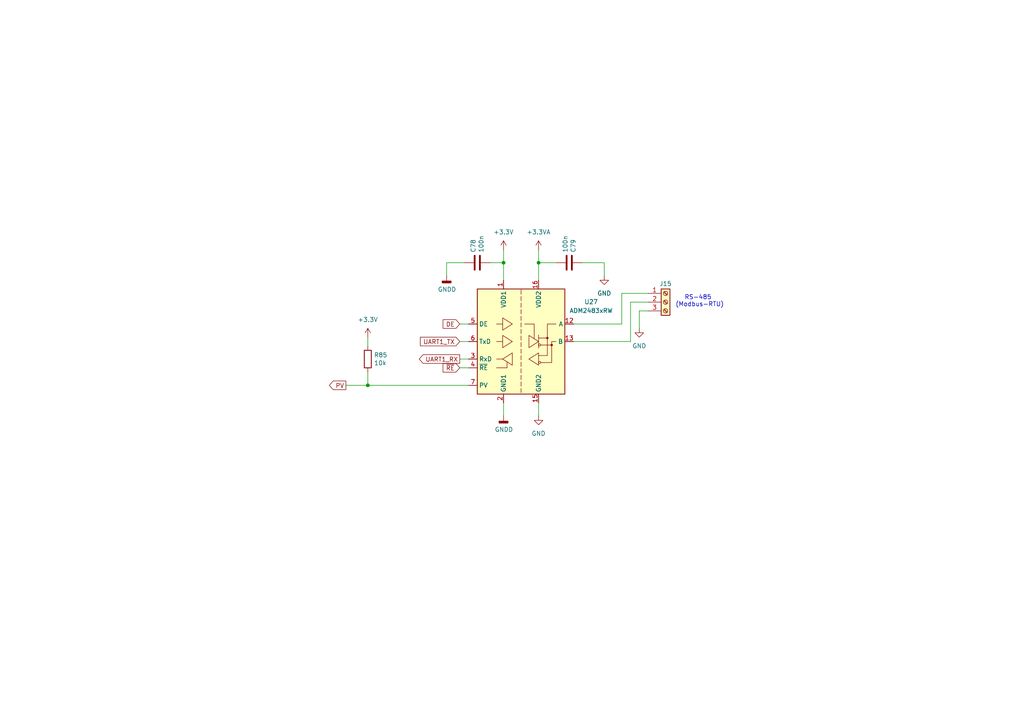
<source format=kicad_sch>
(kicad_sch
	(version 20250114)
	(generator "eeschema")
	(generator_version "9.0")
	(uuid "76c5b59a-a61d-45ad-ae8c-c6ccda696365")
	(paper "A4")
	(lib_symbols
		(symbol "Connector:Screw_Terminal_01x03"
			(pin_names
				(offset 1.016)
				(hide yes)
			)
			(exclude_from_sim no)
			(in_bom yes)
			(on_board yes)
			(property "Reference" "J"
				(at 0 5.08 0)
				(effects
					(font
						(size 1.27 1.27)
					)
				)
			)
			(property "Value" "Screw_Terminal_01x03"
				(at 0 -5.08 0)
				(effects
					(font
						(size 1.27 1.27)
					)
				)
			)
			(property "Footprint" ""
				(at 0 0 0)
				(effects
					(font
						(size 1.27 1.27)
					)
					(hide yes)
				)
			)
			(property "Datasheet" "~"
				(at 0 0 0)
				(effects
					(font
						(size 1.27 1.27)
					)
					(hide yes)
				)
			)
			(property "Description" "Generic screw terminal, single row, 01x03, script generated (kicad-library-utils/schlib/autogen/connector/)"
				(at 0 0 0)
				(effects
					(font
						(size 1.27 1.27)
					)
					(hide yes)
				)
			)
			(property "ki_keywords" "screw terminal"
				(at 0 0 0)
				(effects
					(font
						(size 1.27 1.27)
					)
					(hide yes)
				)
			)
			(property "ki_fp_filters" "TerminalBlock*:*"
				(at 0 0 0)
				(effects
					(font
						(size 1.27 1.27)
					)
					(hide yes)
				)
			)
			(symbol "Screw_Terminal_01x03_1_1"
				(rectangle
					(start -1.27 3.81)
					(end 1.27 -3.81)
					(stroke
						(width 0.254)
						(type default)
					)
					(fill
						(type background)
					)
				)
				(polyline
					(pts
						(xy -0.5334 2.8702) (xy 0.3302 2.032)
					)
					(stroke
						(width 0.1524)
						(type default)
					)
					(fill
						(type none)
					)
				)
				(polyline
					(pts
						(xy -0.5334 0.3302) (xy 0.3302 -0.508)
					)
					(stroke
						(width 0.1524)
						(type default)
					)
					(fill
						(type none)
					)
				)
				(polyline
					(pts
						(xy -0.5334 -2.2098) (xy 0.3302 -3.048)
					)
					(stroke
						(width 0.1524)
						(type default)
					)
					(fill
						(type none)
					)
				)
				(polyline
					(pts
						(xy -0.3556 3.048) (xy 0.508 2.2098)
					)
					(stroke
						(width 0.1524)
						(type default)
					)
					(fill
						(type none)
					)
				)
				(polyline
					(pts
						(xy -0.3556 0.508) (xy 0.508 -0.3302)
					)
					(stroke
						(width 0.1524)
						(type default)
					)
					(fill
						(type none)
					)
				)
				(polyline
					(pts
						(xy -0.3556 -2.032) (xy 0.508 -2.8702)
					)
					(stroke
						(width 0.1524)
						(type default)
					)
					(fill
						(type none)
					)
				)
				(circle
					(center 0 2.54)
					(radius 0.635)
					(stroke
						(width 0.1524)
						(type default)
					)
					(fill
						(type none)
					)
				)
				(circle
					(center 0 0)
					(radius 0.635)
					(stroke
						(width 0.1524)
						(type default)
					)
					(fill
						(type none)
					)
				)
				(circle
					(center 0 -2.54)
					(radius 0.635)
					(stroke
						(width 0.1524)
						(type default)
					)
					(fill
						(type none)
					)
				)
				(pin passive line
					(at -5.08 2.54 0)
					(length 3.81)
					(name "Pin_1"
						(effects
							(font
								(size 1.27 1.27)
							)
						)
					)
					(number "1"
						(effects
							(font
								(size 1.27 1.27)
							)
						)
					)
				)
				(pin passive line
					(at -5.08 0 0)
					(length 3.81)
					(name "Pin_2"
						(effects
							(font
								(size 1.27 1.27)
							)
						)
					)
					(number "2"
						(effects
							(font
								(size 1.27 1.27)
							)
						)
					)
				)
				(pin passive line
					(at -5.08 -2.54 0)
					(length 3.81)
					(name "Pin_3"
						(effects
							(font
								(size 1.27 1.27)
							)
						)
					)
					(number "3"
						(effects
							(font
								(size 1.27 1.27)
							)
						)
					)
				)
			)
			(embedded_fonts no)
		)
		(symbol "Device:C"
			(pin_numbers
				(hide yes)
			)
			(pin_names
				(offset 0.254)
			)
			(exclude_from_sim no)
			(in_bom yes)
			(on_board yes)
			(property "Reference" "C"
				(at 0.635 2.54 0)
				(effects
					(font
						(size 1.27 1.27)
					)
					(justify left)
				)
			)
			(property "Value" "C"
				(at 0.635 -2.54 0)
				(effects
					(font
						(size 1.27 1.27)
					)
					(justify left)
				)
			)
			(property "Footprint" ""
				(at 0.9652 -3.81 0)
				(effects
					(font
						(size 1.27 1.27)
					)
					(hide yes)
				)
			)
			(property "Datasheet" "~"
				(at 0 0 0)
				(effects
					(font
						(size 1.27 1.27)
					)
					(hide yes)
				)
			)
			(property "Description" "Unpolarized capacitor"
				(at 0 0 0)
				(effects
					(font
						(size 1.27 1.27)
					)
					(hide yes)
				)
			)
			(property "ki_keywords" "cap capacitor"
				(at 0 0 0)
				(effects
					(font
						(size 1.27 1.27)
					)
					(hide yes)
				)
			)
			(property "ki_fp_filters" "C_*"
				(at 0 0 0)
				(effects
					(font
						(size 1.27 1.27)
					)
					(hide yes)
				)
			)
			(symbol "C_0_1"
				(polyline
					(pts
						(xy -2.032 0.762) (xy 2.032 0.762)
					)
					(stroke
						(width 0.508)
						(type default)
					)
					(fill
						(type none)
					)
				)
				(polyline
					(pts
						(xy -2.032 -0.762) (xy 2.032 -0.762)
					)
					(stroke
						(width 0.508)
						(type default)
					)
					(fill
						(type none)
					)
				)
			)
			(symbol "C_1_1"
				(pin passive line
					(at 0 3.81 270)
					(length 2.794)
					(name "~"
						(effects
							(font
								(size 1.27 1.27)
							)
						)
					)
					(number "1"
						(effects
							(font
								(size 1.27 1.27)
							)
						)
					)
				)
				(pin passive line
					(at 0 -3.81 90)
					(length 2.794)
					(name "~"
						(effects
							(font
								(size 1.27 1.27)
							)
						)
					)
					(number "2"
						(effects
							(font
								(size 1.27 1.27)
							)
						)
					)
				)
			)
			(embedded_fonts no)
		)
		(symbol "Device:R"
			(pin_numbers
				(hide yes)
			)
			(pin_names
				(offset 0)
			)
			(exclude_from_sim no)
			(in_bom yes)
			(on_board yes)
			(property "Reference" "R"
				(at 2.032 0 90)
				(effects
					(font
						(size 1.27 1.27)
					)
				)
			)
			(property "Value" "R"
				(at 0 0 90)
				(effects
					(font
						(size 1.27 1.27)
					)
				)
			)
			(property "Footprint" ""
				(at -1.778 0 90)
				(effects
					(font
						(size 1.27 1.27)
					)
					(hide yes)
				)
			)
			(property "Datasheet" "~"
				(at 0 0 0)
				(effects
					(font
						(size 1.27 1.27)
					)
					(hide yes)
				)
			)
			(property "Description" "Resistor"
				(at 0 0 0)
				(effects
					(font
						(size 1.27 1.27)
					)
					(hide yes)
				)
			)
			(property "ki_keywords" "R res resistor"
				(at 0 0 0)
				(effects
					(font
						(size 1.27 1.27)
					)
					(hide yes)
				)
			)
			(property "ki_fp_filters" "R_*"
				(at 0 0 0)
				(effects
					(font
						(size 1.27 1.27)
					)
					(hide yes)
				)
			)
			(symbol "R_0_1"
				(rectangle
					(start -1.016 -2.54)
					(end 1.016 2.54)
					(stroke
						(width 0.254)
						(type default)
					)
					(fill
						(type none)
					)
				)
			)
			(symbol "R_1_1"
				(pin passive line
					(at 0 3.81 270)
					(length 1.27)
					(name "~"
						(effects
							(font
								(size 1.27 1.27)
							)
						)
					)
					(number "1"
						(effects
							(font
								(size 1.27 1.27)
							)
						)
					)
				)
				(pin passive line
					(at 0 -3.81 90)
					(length 1.27)
					(name "~"
						(effects
							(font
								(size 1.27 1.27)
							)
						)
					)
					(number "2"
						(effects
							(font
								(size 1.27 1.27)
							)
						)
					)
				)
			)
			(embedded_fonts no)
		)
		(symbol "Interface_UART:ADM2483xRW"
			(exclude_from_sim no)
			(in_bom yes)
			(on_board yes)
			(property "Reference" "U"
				(at -12.7 16.51 0)
				(effects
					(font
						(size 1.27 1.27)
					)
				)
			)
			(property "Value" "ADM2483xRW"
				(at 6.35 16.51 0)
				(effects
					(font
						(size 1.27 1.27)
					)
					(justify left)
				)
			)
			(property "Footprint" "Package_SO:SOIC-16W_7.5x10.3mm_P1.27mm"
				(at 0 -17.78 0)
				(effects
					(font
						(size 1.27 1.27)
					)
					(hide yes)
				)
			)
			(property "Datasheet" "https://www.analog.com/media/en/technical-documentation/data-sheets/adm2483.pdf"
				(at -19.05 1.27 0)
				(effects
					(font
						(size 1.27 1.27)
					)
					(hide yes)
				)
			)
			(property "Description" "Isolated RS485/RS422 Transceiver, Half-Duplex, 500kbps, SOIC-16W"
				(at 0 0 0)
				(effects
					(font
						(size 1.27 1.27)
					)
					(hide yes)
				)
			)
			(property "ki_keywords" "rs-485 rs-422 eia485 eia-485 eia422 eia-422 serial differential"
				(at 0 0 0)
				(effects
					(font
						(size 1.27 1.27)
					)
					(hide yes)
				)
			)
			(property "ki_fp_filters" "SOIC*7.5x10.3mm*P1.27mm*"
				(at 0 0 0)
				(effects
					(font
						(size 1.27 1.27)
					)
					(hide yes)
				)
			)
			(symbol "ADM2483xRW_0_0"
				(polyline
					(pts
						(xy 0 14.986) (xy 0 13.716)
					)
					(stroke
						(width 0)
						(type default)
					)
					(fill
						(type none)
					)
				)
				(polyline
					(pts
						(xy 0 13.081) (xy 0 11.811)
					)
					(stroke
						(width 0)
						(type default)
					)
					(fill
						(type none)
					)
				)
				(polyline
					(pts
						(xy 0 11.176) (xy 0 9.906)
					)
					(stroke
						(width 0)
						(type default)
					)
					(fill
						(type none)
					)
				)
				(polyline
					(pts
						(xy 0 9.271) (xy 0 8.001)
					)
					(stroke
						(width 0)
						(type default)
					)
					(fill
						(type none)
					)
				)
				(polyline
					(pts
						(xy 0 7.366) (xy 0 6.096)
					)
					(stroke
						(width 0)
						(type default)
					)
					(fill
						(type none)
					)
				)
				(polyline
					(pts
						(xy 0 5.461) (xy 0 4.191)
					)
					(stroke
						(width 0)
						(type default)
					)
					(fill
						(type none)
					)
				)
				(polyline
					(pts
						(xy 0 3.556) (xy 0 2.286)
					)
					(stroke
						(width 0)
						(type default)
					)
					(fill
						(type none)
					)
				)
				(polyline
					(pts
						(xy 0 1.651) (xy 0 0.381)
					)
					(stroke
						(width 0)
						(type default)
					)
					(fill
						(type none)
					)
				)
				(polyline
					(pts
						(xy 0 -0.254) (xy 0 -1.524)
					)
					(stroke
						(width 0)
						(type default)
					)
					(fill
						(type none)
					)
				)
				(polyline
					(pts
						(xy 0 -2.159) (xy 0 -3.429)
					)
					(stroke
						(width 0)
						(type default)
					)
					(fill
						(type none)
					)
				)
				(polyline
					(pts
						(xy 0 -4.064) (xy 0 -5.334)
					)
					(stroke
						(width 0)
						(type default)
					)
					(fill
						(type none)
					)
				)
				(polyline
					(pts
						(xy 0 -5.969) (xy 0 -7.239)
					)
					(stroke
						(width 0)
						(type default)
					)
					(fill
						(type none)
					)
				)
				(polyline
					(pts
						(xy 0 -7.874) (xy 0 -9.144)
					)
					(stroke
						(width 0)
						(type default)
					)
					(fill
						(type none)
					)
				)
				(polyline
					(pts
						(xy 0 -9.779) (xy 0 -11.049)
					)
					(stroke
						(width 0)
						(type default)
					)
					(fill
						(type none)
					)
				)
				(polyline
					(pts
						(xy 0 -11.684) (xy 0 -12.954)
					)
					(stroke
						(width 0)
						(type default)
					)
					(fill
						(type none)
					)
				)
				(polyline
					(pts
						(xy 0 -13.589) (xy 0 -14.859)
					)
					(stroke
						(width 0)
						(type default)
					)
					(fill
						(type none)
					)
				)
			)
			(symbol "ADM2483xRW_0_1"
				(rectangle
					(start -12.7 15.24)
					(end 12.7 -15.24)
					(stroke
						(width 0.254)
						(type default)
					)
					(fill
						(type background)
					)
				)
				(polyline
					(pts
						(xy -7.112 -7.62) (xy -4.064 -7.62) (xy -4.064 -5.969)
					)
					(stroke
						(width 0)
						(type default)
					)
					(fill
						(type none)
					)
				)
				(polyline
					(pts
						(xy -5.334 5.08) (xy -7.112 5.08)
					)
					(stroke
						(width 0)
						(type default)
					)
					(fill
						(type none)
					)
				)
				(polyline
					(pts
						(xy -5.334 0) (xy -7.112 0)
					)
					(stroke
						(width 0)
						(type default)
					)
					(fill
						(type none)
					)
				)
				(polyline
					(pts
						(xy -5.334 -5.08) (xy -7.112 -5.08)
					)
					(stroke
						(width 0)
						(type default)
					)
					(fill
						(type none)
					)
				)
				(polyline
					(pts
						(xy -5.334 -5.08) (xy -2.54 -3.302) (xy -2.54 -6.858) (xy -5.334 -5.08)
					)
					(stroke
						(width 0)
						(type default)
					)
					(fill
						(type none)
					)
				)
				(polyline
					(pts
						(xy -2.54 5.08) (xy -5.334 6.858) (xy -5.334 3.302) (xy -2.54 5.08)
					)
					(stroke
						(width 0)
						(type default)
					)
					(fill
						(type none)
					)
				)
				(polyline
					(pts
						(xy -2.54 0) (xy -5.334 1.778) (xy -5.334 -1.778) (xy -2.54 0)
					)
					(stroke
						(width 0)
						(type default)
					)
					(fill
						(type none)
					)
				)
				(polyline
					(pts
						(xy 1.016 5.08) (xy 3.81 5.08) (xy 3.81 0.889)
					)
					(stroke
						(width 0)
						(type default)
					)
					(fill
						(type none)
					)
				)
				(polyline
					(pts
						(xy 2.286 -5.08) (xy 5.08 -3.302) (xy 5.08 -6.858) (xy 2.286 -5.08)
					)
					(stroke
						(width 0)
						(type default)
					)
					(fill
						(type none)
					)
				)
				(polyline
					(pts
						(xy 5.08 1.905) (xy 5.08 -1.905)
					)
					(stroke
						(width 0)
						(type default)
					)
					(fill
						(type none)
					)
				)
				(polyline
					(pts
						(xy 5.08 1.016) (xy 7.62 1.016)
					)
					(stroke
						(width 0)
						(type default)
					)
					(fill
						(type none)
					)
				)
				(polyline
					(pts
						(xy 5.08 0) (xy 2.286 1.778) (xy 2.286 -1.778) (xy 5.08 0)
					)
					(stroke
						(width 0)
						(type default)
					)
					(fill
						(type none)
					)
				)
				(polyline
					(pts
						(xy 5.08 -4.064) (xy 7.62 -4.064) (xy 7.62 5.08) (xy 10.16 5.08)
					)
					(stroke
						(width 0)
						(type default)
					)
					(fill
						(type none)
					)
				)
				(circle
					(center 5.3848 -0.9906)
					(radius 0.3048)
					(stroke
						(width 0)
						(type default)
					)
					(fill
						(type none)
					)
				)
				(circle
					(center 5.3848 -6.0706)
					(radius 0.3048)
					(stroke
						(width 0)
						(type default)
					)
					(fill
						(type none)
					)
				)
				(polyline
					(pts
						(xy 5.715 -1.016) (xy 8.89 -1.016)
					)
					(stroke
						(width 0)
						(type default)
					)
					(fill
						(type none)
					)
				)
				(polyline
					(pts
						(xy 5.715 -6.096) (xy 8.89 -6.096) (xy 8.89 0) (xy 10.16 0)
					)
					(stroke
						(width 0)
						(type default)
					)
					(fill
						(type none)
					)
				)
				(circle
					(center 7.62 1.016)
					(radius 0.254)
					(stroke
						(width 0)
						(type default)
					)
					(fill
						(type outline)
					)
				)
				(circle
					(center 8.89 -1.016)
					(radius 0.254)
					(stroke
						(width 0)
						(type default)
					)
					(fill
						(type outline)
					)
				)
			)
			(symbol "ADM2483xRW_1_1"
				(pin input line
					(at -15.24 5.08 0)
					(length 2.54)
					(name "DE"
						(effects
							(font
								(size 1.27 1.27)
							)
						)
					)
					(number "5"
						(effects
							(font
								(size 1.27 1.27)
							)
						)
					)
				)
				(pin input line
					(at -15.24 0 0)
					(length 2.54)
					(name "TxD"
						(effects
							(font
								(size 1.27 1.27)
							)
						)
					)
					(number "6"
						(effects
							(font
								(size 1.27 1.27)
							)
						)
					)
				)
				(pin output line
					(at -15.24 -5.08 0)
					(length 2.54)
					(name "RxD"
						(effects
							(font
								(size 1.27 1.27)
							)
						)
					)
					(number "3"
						(effects
							(font
								(size 1.27 1.27)
							)
						)
					)
				)
				(pin input line
					(at -15.24 -7.62 0)
					(length 2.54)
					(name "~{RE}"
						(effects
							(font
								(size 1.27 1.27)
							)
						)
					)
					(number "4"
						(effects
							(font
								(size 1.27 1.27)
							)
						)
					)
				)
				(pin input line
					(at -15.24 -12.7 0)
					(length 2.54)
					(name "PV"
						(effects
							(font
								(size 1.27 1.27)
							)
						)
					)
					(number "7"
						(effects
							(font
								(size 1.27 1.27)
							)
						)
					)
				)
				(pin power_in line
					(at -5.08 17.78 270)
					(length 2.54)
					(name "VDD1"
						(effects
							(font
								(size 1.27 1.27)
							)
						)
					)
					(number "1"
						(effects
							(font
								(size 1.27 1.27)
							)
						)
					)
				)
				(pin power_in line
					(at -5.08 -17.78 90)
					(length 2.54)
					(name "GND1"
						(effects
							(font
								(size 1.27 1.27)
							)
						)
					)
					(number "2"
						(effects
							(font
								(size 1.27 1.27)
							)
						)
					)
				)
				(pin passive line
					(at -5.08 -17.78 90)
					(length 2.54)
					(hide yes)
					(name "GND1"
						(effects
							(font
								(size 1.27 1.27)
							)
						)
					)
					(number "8"
						(effects
							(font
								(size 1.27 1.27)
							)
						)
					)
				)
				(pin power_in line
					(at 5.08 17.78 270)
					(length 2.54)
					(name "VDD2"
						(effects
							(font
								(size 1.27 1.27)
							)
						)
					)
					(number "16"
						(effects
							(font
								(size 1.27 1.27)
							)
						)
					)
				)
				(pin power_in line
					(at 5.08 -17.78 90)
					(length 2.54)
					(name "GND2"
						(effects
							(font
								(size 1.27 1.27)
							)
						)
					)
					(number "15"
						(effects
							(font
								(size 1.27 1.27)
							)
						)
					)
				)
				(pin passive line
					(at 5.08 -17.78 90)
					(length 2.54)
					(hide yes)
					(name "GND2"
						(effects
							(font
								(size 1.27 1.27)
							)
						)
					)
					(number "9"
						(effects
							(font
								(size 1.27 1.27)
							)
						)
					)
				)
				(pin no_connect line
					(at 7.62 -15.24 90)
					(length 2.54)
					(hide yes)
					(name "NC"
						(effects
							(font
								(size 1.27 1.27)
							)
						)
					)
					(number "10"
						(effects
							(font
								(size 1.27 1.27)
							)
						)
					)
				)
				(pin no_connect line
					(at 12.7 7.62 180)
					(length 2.54)
					(hide yes)
					(name "NC"
						(effects
							(font
								(size 1.27 1.27)
							)
						)
					)
					(number "14"
						(effects
							(font
								(size 1.27 1.27)
							)
						)
					)
				)
				(pin no_connect line
					(at 12.7 -7.62 180)
					(length 2.54)
					(hide yes)
					(name "NC"
						(effects
							(font
								(size 1.27 1.27)
							)
						)
					)
					(number "11"
						(effects
							(font
								(size 1.27 1.27)
							)
						)
					)
				)
				(pin bidirectional line
					(at 15.24 5.08 180)
					(length 2.54)
					(name "A"
						(effects
							(font
								(size 1.27 1.27)
							)
						)
					)
					(number "12"
						(effects
							(font
								(size 1.27 1.27)
							)
						)
					)
				)
				(pin bidirectional line
					(at 15.24 0 180)
					(length 2.54)
					(name "B"
						(effects
							(font
								(size 1.27 1.27)
							)
						)
					)
					(number "13"
						(effects
							(font
								(size 1.27 1.27)
							)
						)
					)
				)
			)
			(embedded_fonts no)
		)
		(symbol "power:+3.3V"
			(power)
			(pin_numbers
				(hide yes)
			)
			(pin_names
				(offset 0)
				(hide yes)
			)
			(exclude_from_sim no)
			(in_bom yes)
			(on_board yes)
			(property "Reference" "#PWR"
				(at 0 -3.81 0)
				(effects
					(font
						(size 1.27 1.27)
					)
					(hide yes)
				)
			)
			(property "Value" "+3.3V"
				(at 0 3.556 0)
				(effects
					(font
						(size 1.27 1.27)
					)
				)
			)
			(property "Footprint" ""
				(at 0 0 0)
				(effects
					(font
						(size 1.27 1.27)
					)
					(hide yes)
				)
			)
			(property "Datasheet" ""
				(at 0 0 0)
				(effects
					(font
						(size 1.27 1.27)
					)
					(hide yes)
				)
			)
			(property "Description" "Power symbol creates a global label with name \"+3.3V\""
				(at 0 0 0)
				(effects
					(font
						(size 1.27 1.27)
					)
					(hide yes)
				)
			)
			(property "ki_keywords" "global power"
				(at 0 0 0)
				(effects
					(font
						(size 1.27 1.27)
					)
					(hide yes)
				)
			)
			(symbol "+3.3V_0_1"
				(polyline
					(pts
						(xy -0.762 1.27) (xy 0 2.54)
					)
					(stroke
						(width 0)
						(type default)
					)
					(fill
						(type none)
					)
				)
				(polyline
					(pts
						(xy 0 2.54) (xy 0.762 1.27)
					)
					(stroke
						(width 0)
						(type default)
					)
					(fill
						(type none)
					)
				)
				(polyline
					(pts
						(xy 0 0) (xy 0 2.54)
					)
					(stroke
						(width 0)
						(type default)
					)
					(fill
						(type none)
					)
				)
			)
			(symbol "+3.3V_1_1"
				(pin power_in line
					(at 0 0 90)
					(length 0)
					(name "~"
						(effects
							(font
								(size 1.27 1.27)
							)
						)
					)
					(number "1"
						(effects
							(font
								(size 1.27 1.27)
							)
						)
					)
				)
			)
			(embedded_fonts no)
		)
		(symbol "power:+3.3VA"
			(power)
			(pin_numbers
				(hide yes)
			)
			(pin_names
				(offset 0)
				(hide yes)
			)
			(exclude_from_sim no)
			(in_bom yes)
			(on_board yes)
			(property "Reference" "#PWR"
				(at 0 -3.81 0)
				(effects
					(font
						(size 1.27 1.27)
					)
					(hide yes)
				)
			)
			(property "Value" "+3.3VA"
				(at 0 3.556 0)
				(effects
					(font
						(size 1.27 1.27)
					)
				)
			)
			(property "Footprint" ""
				(at 0 0 0)
				(effects
					(font
						(size 1.27 1.27)
					)
					(hide yes)
				)
			)
			(property "Datasheet" ""
				(at 0 0 0)
				(effects
					(font
						(size 1.27 1.27)
					)
					(hide yes)
				)
			)
			(property "Description" "Power symbol creates a global label with name \"+3.3VA\""
				(at 0 0 0)
				(effects
					(font
						(size 1.27 1.27)
					)
					(hide yes)
				)
			)
			(property "ki_keywords" "global power"
				(at 0 0 0)
				(effects
					(font
						(size 1.27 1.27)
					)
					(hide yes)
				)
			)
			(symbol "+3.3VA_0_1"
				(polyline
					(pts
						(xy -0.762 1.27) (xy 0 2.54)
					)
					(stroke
						(width 0)
						(type default)
					)
					(fill
						(type none)
					)
				)
				(polyline
					(pts
						(xy 0 2.54) (xy 0.762 1.27)
					)
					(stroke
						(width 0)
						(type default)
					)
					(fill
						(type none)
					)
				)
				(polyline
					(pts
						(xy 0 0) (xy 0 2.54)
					)
					(stroke
						(width 0)
						(type default)
					)
					(fill
						(type none)
					)
				)
			)
			(symbol "+3.3VA_1_1"
				(pin power_in line
					(at 0 0 90)
					(length 0)
					(name "~"
						(effects
							(font
								(size 1.27 1.27)
							)
						)
					)
					(number "1"
						(effects
							(font
								(size 1.27 1.27)
							)
						)
					)
				)
			)
			(embedded_fonts no)
		)
		(symbol "power:GND"
			(power)
			(pin_numbers
				(hide yes)
			)
			(pin_names
				(offset 0)
				(hide yes)
			)
			(exclude_from_sim no)
			(in_bom yes)
			(on_board yes)
			(property "Reference" "#PWR"
				(at 0 -6.35 0)
				(effects
					(font
						(size 1.27 1.27)
					)
					(hide yes)
				)
			)
			(property "Value" "GND"
				(at 0 -3.81 0)
				(effects
					(font
						(size 1.27 1.27)
					)
				)
			)
			(property "Footprint" ""
				(at 0 0 0)
				(effects
					(font
						(size 1.27 1.27)
					)
					(hide yes)
				)
			)
			(property "Datasheet" ""
				(at 0 0 0)
				(effects
					(font
						(size 1.27 1.27)
					)
					(hide yes)
				)
			)
			(property "Description" "Power symbol creates a global label with name \"GND\" , ground"
				(at 0 0 0)
				(effects
					(font
						(size 1.27 1.27)
					)
					(hide yes)
				)
			)
			(property "ki_keywords" "global power"
				(at 0 0 0)
				(effects
					(font
						(size 1.27 1.27)
					)
					(hide yes)
				)
			)
			(symbol "GND_0_1"
				(polyline
					(pts
						(xy 0 0) (xy 0 -1.27) (xy 1.27 -1.27) (xy 0 -2.54) (xy -1.27 -1.27) (xy 0 -1.27)
					)
					(stroke
						(width 0)
						(type default)
					)
					(fill
						(type none)
					)
				)
			)
			(symbol "GND_1_1"
				(pin power_in line
					(at 0 0 270)
					(length 0)
					(name "~"
						(effects
							(font
								(size 1.27 1.27)
							)
						)
					)
					(number "1"
						(effects
							(font
								(size 1.27 1.27)
							)
						)
					)
				)
			)
			(embedded_fonts no)
		)
		(symbol "power:GNDD"
			(power)
			(pin_numbers
				(hide yes)
			)
			(pin_names
				(offset 0)
				(hide yes)
			)
			(exclude_from_sim no)
			(in_bom yes)
			(on_board yes)
			(property "Reference" "#PWR"
				(at 0 -6.35 0)
				(effects
					(font
						(size 1.27 1.27)
					)
					(hide yes)
				)
			)
			(property "Value" "GNDD"
				(at 0 -3.175 0)
				(effects
					(font
						(size 1.27 1.27)
					)
				)
			)
			(property "Footprint" ""
				(at 0 0 0)
				(effects
					(font
						(size 1.27 1.27)
					)
					(hide yes)
				)
			)
			(property "Datasheet" ""
				(at 0 0 0)
				(effects
					(font
						(size 1.27 1.27)
					)
					(hide yes)
				)
			)
			(property "Description" "Power symbol creates a global label with name \"GNDD\" , digital ground"
				(at 0 0 0)
				(effects
					(font
						(size 1.27 1.27)
					)
					(hide yes)
				)
			)
			(property "ki_keywords" "global power"
				(at 0 0 0)
				(effects
					(font
						(size 1.27 1.27)
					)
					(hide yes)
				)
			)
			(symbol "GNDD_0_1"
				(rectangle
					(start -1.27 -1.524)
					(end 1.27 -2.032)
					(stroke
						(width 0.254)
						(type default)
					)
					(fill
						(type outline)
					)
				)
				(polyline
					(pts
						(xy 0 0) (xy 0 -1.524)
					)
					(stroke
						(width 0)
						(type default)
					)
					(fill
						(type none)
					)
				)
			)
			(symbol "GNDD_1_1"
				(pin power_in line
					(at 0 0 270)
					(length 0)
					(name "~"
						(effects
							(font
								(size 1.27 1.27)
							)
						)
					)
					(number "1"
						(effects
							(font
								(size 1.27 1.27)
							)
						)
					)
				)
			)
			(embedded_fonts no)
		)
	)
	(text "RS-485 \n(Modbus-RTU)\n"
		(exclude_from_sim no)
		(at 202.946 87.376 0)
		(effects
			(font
				(size 1.27 1.27)
			)
		)
		(uuid "952d3214-501c-4b86-99ec-467f879f6d14")
	)
	(junction
		(at 156.21 76.2)
		(diameter 0)
		(color 0 0 0 0)
		(uuid "316aafcd-b926-4b22-8644-34359e6a964b")
	)
	(junction
		(at 146.05 76.2)
		(diameter 0)
		(color 0 0 0 0)
		(uuid "918abb7e-69d5-4f65-8718-6d1344ddf5a5")
	)
	(junction
		(at 106.68 111.76)
		(diameter 0)
		(color 0 0 0 0)
		(uuid "c6d7b4ae-5173-4104-859f-d48c76820ef0")
	)
	(wire
		(pts
			(xy 156.21 116.84) (xy 156.21 120.65)
		)
		(stroke
			(width 0)
			(type default)
		)
		(uuid "0a696feb-fb0d-44d2-97cb-0efe5d9013d8")
	)
	(wire
		(pts
			(xy 135.89 111.76) (xy 106.68 111.76)
		)
		(stroke
			(width 0)
			(type default)
		)
		(uuid "15946e13-a77b-4db8-888a-d9f64c37e16d")
	)
	(wire
		(pts
			(xy 134.62 76.2) (xy 129.54 76.2)
		)
		(stroke
			(width 0)
			(type default)
		)
		(uuid "16e19a96-b3b0-4b19-a003-a3b2c467aebe")
	)
	(wire
		(pts
			(xy 175.26 76.2) (xy 175.26 80.01)
		)
		(stroke
			(width 0)
			(type default)
		)
		(uuid "1bbe5539-6ae5-4691-ac09-ec4272d3ae94")
	)
	(wire
		(pts
			(xy 142.24 76.2) (xy 146.05 76.2)
		)
		(stroke
			(width 0)
			(type default)
		)
		(uuid "23e6415c-391c-4067-a33a-554ac937fd6a")
	)
	(wire
		(pts
			(xy 156.21 76.2) (xy 161.29 76.2)
		)
		(stroke
			(width 0)
			(type default)
		)
		(uuid "329f4bdd-5ede-4cca-88fc-70aa0e317b86")
	)
	(wire
		(pts
			(xy 182.88 87.63) (xy 182.88 99.06)
		)
		(stroke
			(width 0)
			(type default)
		)
		(uuid "3653a855-117c-4aec-95d2-fdbb8394aeaa")
	)
	(wire
		(pts
			(xy 156.21 76.2) (xy 156.21 81.28)
		)
		(stroke
			(width 0)
			(type default)
		)
		(uuid "3d4816bf-d4c4-443b-a22e-88db33e3bcb7")
	)
	(wire
		(pts
			(xy 106.68 97.79) (xy 106.68 100.33)
		)
		(stroke
			(width 0)
			(type default)
		)
		(uuid "424f9aa5-10d0-4893-8058-9867ff9926ec")
	)
	(wire
		(pts
			(xy 106.68 107.95) (xy 106.68 111.76)
		)
		(stroke
			(width 0)
			(type default)
		)
		(uuid "4364027b-7594-4682-b44d-fda353a1b57e")
	)
	(wire
		(pts
			(xy 180.34 93.98) (xy 166.37 93.98)
		)
		(stroke
			(width 0)
			(type default)
		)
		(uuid "55bb7446-c8b0-424a-959f-dd06a7732da4")
	)
	(wire
		(pts
			(xy 156.21 72.39) (xy 156.21 76.2)
		)
		(stroke
			(width 0)
			(type default)
		)
		(uuid "5635c05d-8af9-45e0-bcab-10ccd10da7aa")
	)
	(wire
		(pts
			(xy 146.05 76.2) (xy 146.05 81.28)
		)
		(stroke
			(width 0)
			(type default)
		)
		(uuid "57178270-96ad-4e7c-9793-c327029a6d12")
	)
	(wire
		(pts
			(xy 187.96 87.63) (xy 182.88 87.63)
		)
		(stroke
			(width 0)
			(type default)
		)
		(uuid "585eb533-8369-4c99-b67e-15eec690b5ea")
	)
	(wire
		(pts
			(xy 133.35 106.68) (xy 135.89 106.68)
		)
		(stroke
			(width 0)
			(type default)
		)
		(uuid "64855fb7-c9e2-4d65-ab95-1e9fad08e10b")
	)
	(wire
		(pts
			(xy 146.05 116.84) (xy 146.05 120.65)
		)
		(stroke
			(width 0)
			(type default)
		)
		(uuid "8c179016-313f-4261-a7ca-e09a0caf53f1")
	)
	(wire
		(pts
			(xy 185.42 90.17) (xy 187.96 90.17)
		)
		(stroke
			(width 0)
			(type default)
		)
		(uuid "92ad3d78-f797-4234-bf3d-5813db026502")
	)
	(wire
		(pts
			(xy 133.35 104.14) (xy 135.89 104.14)
		)
		(stroke
			(width 0)
			(type default)
		)
		(uuid "951ef78a-6f1b-461f-ad10-03ffd507ae2a")
	)
	(wire
		(pts
			(xy 180.34 85.09) (xy 187.96 85.09)
		)
		(stroke
			(width 0)
			(type default)
		)
		(uuid "9a97e44a-a296-453b-849b-b1bd1b2e6d5a")
	)
	(wire
		(pts
			(xy 129.54 76.2) (xy 129.54 80.01)
		)
		(stroke
			(width 0)
			(type default)
		)
		(uuid "ad52dc9b-6e22-4c6f-839a-7b2b14a9b546")
	)
	(wire
		(pts
			(xy 146.05 72.39) (xy 146.05 76.2)
		)
		(stroke
			(width 0)
			(type default)
		)
		(uuid "b42d48b6-27fb-4230-8c4f-f33ac395d2cd")
	)
	(wire
		(pts
			(xy 180.34 85.09) (xy 180.34 93.98)
		)
		(stroke
			(width 0)
			(type default)
		)
		(uuid "b952546c-08fc-442f-b21a-4c8394786147")
	)
	(wire
		(pts
			(xy 166.37 99.06) (xy 182.88 99.06)
		)
		(stroke
			(width 0)
			(type default)
		)
		(uuid "bd16da73-1f76-4fff-9ffb-b04e72bdf6ad")
	)
	(wire
		(pts
			(xy 100.33 111.76) (xy 106.68 111.76)
		)
		(stroke
			(width 0)
			(type default)
		)
		(uuid "bd670dce-a884-4913-9e59-4263f2d33057")
	)
	(wire
		(pts
			(xy 133.35 93.98) (xy 135.89 93.98)
		)
		(stroke
			(width 0)
			(type default)
		)
		(uuid "c73927df-5613-4df1-ae7a-4e4753e4de61")
	)
	(wire
		(pts
			(xy 133.35 99.06) (xy 135.89 99.06)
		)
		(stroke
			(width 0)
			(type default)
		)
		(uuid "ccdcce09-51bd-4e5c-a233-30397562ee7f")
	)
	(wire
		(pts
			(xy 185.42 90.17) (xy 185.42 95.25)
		)
		(stroke
			(width 0)
			(type default)
		)
		(uuid "eac0ab23-6ef4-4d76-b36c-dbef87148a6e")
	)
	(wire
		(pts
			(xy 168.91 76.2) (xy 175.26 76.2)
		)
		(stroke
			(width 0)
			(type default)
		)
		(uuid "fd882286-5bc7-4247-8093-7b986790e10e")
	)
	(global_label "~{RE}"
		(shape input)
		(at 133.35 106.68 180)
		(fields_autoplaced yes)
		(effects
			(font
				(size 1.27 1.27)
			)
			(justify right)
		)
		(uuid "101d0b1a-7a57-4665-ad0f-1e6b72ece2c3")
		(property "Intersheetrefs" "${INTERSHEET_REFS}"
			(at 127.9458 106.68 0)
			(effects
				(font
					(size 1.27 1.27)
				)
				(justify right)
				(hide yes)
			)
		)
	)
	(global_label "UART1_RX"
		(shape output)
		(at 133.35 104.14 180)
		(fields_autoplaced yes)
		(effects
			(font
				(size 1.27 1.27)
			)
			(justify right)
		)
		(uuid "4720405a-646b-43f0-ac13-19d9352b25e1")
		(property "Intersheetrefs" "${INTERSHEET_REFS}"
			(at 121.0515 104.14 0)
			(effects
				(font
					(size 1.27 1.27)
				)
				(justify right)
				(hide yes)
			)
		)
	)
	(global_label "DE"
		(shape input)
		(at 133.35 93.98 180)
		(fields_autoplaced yes)
		(effects
			(font
				(size 1.27 1.27)
			)
			(justify right)
		)
		(uuid "5a8b3f90-bcd9-4a91-8aea-5c69d7f57150")
		(property "Intersheetrefs" "${INTERSHEET_REFS}"
			(at 127.9458 93.98 0)
			(effects
				(font
					(size 1.27 1.27)
				)
				(justify right)
				(hide yes)
			)
		)
	)
	(global_label "PV"
		(shape output)
		(at 100.33 111.76 180)
		(fields_autoplaced yes)
		(effects
			(font
				(size 1.27 1.27)
			)
			(justify right)
		)
		(uuid "6623f7b5-b9b3-46e9-b86b-88bdc621dfd1")
		(property "Intersheetrefs" "${INTERSHEET_REFS}"
			(at 94.9862 111.76 0)
			(effects
				(font
					(size 1.27 1.27)
				)
				(justify right)
				(hide yes)
			)
		)
	)
	(global_label "UART1_TX"
		(shape input)
		(at 133.35 99.06 180)
		(fields_autoplaced yes)
		(effects
			(font
				(size 1.27 1.27)
			)
			(justify right)
		)
		(uuid "769ec855-095c-4cf3-b862-159072305879")
		(property "Intersheetrefs" "${INTERSHEET_REFS}"
			(at 121.3539 99.06 0)
			(effects
				(font
					(size 1.27 1.27)
				)
				(justify right)
				(hide yes)
			)
		)
	)
	(symbol
		(lib_id "Connector:Screw_Terminal_01x03")
		(at 193.04 87.63 0)
		(unit 1)
		(exclude_from_sim no)
		(in_bom yes)
		(on_board yes)
		(dnp no)
		(uuid "00000000-0000-0000-0000-00005ddc7766")
		(property "Reference" "J15"
			(at 193.04 82.296 0)
			(effects
				(font
					(size 1.27 1.27)
				)
			)
		)
		(property "Value" "Screw_Terminal_01x03"
			(at 196.85 82.55 0)
			(effects
				(font
					(size 1.27 1.27)
				)
				(hide yes)
			)
		)
		(property "Footprint" "TerminalBlock_Phoenix:TerminalBlock_Phoenix_MKDS-3-3-5.08_1x03_P5.08mm_Horizontal"
			(at 193.04 87.63 0)
			(effects
				(font
					(size 1.27 1.27)
				)
				(hide yes)
			)
		)
		(property "Datasheet" "~"
			(at 193.04 87.63 0)
			(effects
				(font
					(size 1.27 1.27)
				)
				(hide yes)
			)
		)
		(property "Description" ""
			(at 193.04 87.63 0)
			(effects
				(font
					(size 1.27 1.27)
				)
			)
		)
		(property "Order code Farnell" "963-2689"
			(at 193.04 87.63 0)
			(effects
				(font
					(size 1.27 1.27)
				)
				(hide yes)
			)
		)
		(pin "1"
			(uuid "40765871-0dc3-4d40-9cf3-4af144edd9e8")
		)
		(pin "2"
			(uuid "723d9c48-2dc2-4934-abb8-2d47db3db096")
		)
		(pin "3"
			(uuid "c55a049e-b3d7-400c-8d5d-5892da5a3fb3")
		)
		(instances
			(project "IO_device"
				(path "/df2aa335-5da3-4e15-9528-0ac3c73b2795/2c299acf-da73-4870-a341-aa5f84fea21f"
					(reference "J15")
					(unit 1)
				)
			)
		)
	)
	(symbol
		(lib_id "Device:C")
		(at 165.1 76.2 270)
		(mirror x)
		(unit 1)
		(exclude_from_sim no)
		(in_bom yes)
		(on_board yes)
		(dnp no)
		(uuid "2c3a690e-540a-49c0-a77f-0bda85da625a")
		(property "Reference" "C79"
			(at 166.2684 73.279 0)
			(effects
				(font
					(size 1.27 1.27)
				)
				(justify left)
			)
		)
		(property "Value" "100n"
			(at 163.957 73.279 0)
			(effects
				(font
					(size 1.27 1.27)
				)
				(justify left)
			)
		)
		(property "Footprint" "Capacitor_SMD:C_1206_3216Metric"
			(at 161.29 75.2348 0)
			(effects
				(font
					(size 1.27 1.27)
				)
				(hide yes)
			)
		)
		(property "Datasheet" "~"
			(at 165.1 76.2 0)
			(effects
				(font
					(size 1.27 1.27)
				)
				(hide yes)
			)
		)
		(property "Description" ""
			(at 165.1 76.2 0)
			(effects
				(font
					(size 1.27 1.27)
				)
			)
		)
		(property "Order code Farnell" "1907339"
			(at 165.1 76.2 0)
			(effects
				(font
					(size 1.27 1.27)
				)
				(hide yes)
			)
		)
		(property "Voltage" "250V"
			(at 161.29 71.12 0)
			(effects
				(font
					(size 1.27 1.27)
				)
				(hide yes)
			)
		)
		(pin "2"
			(uuid "e1edfaab-5e1d-43e4-a622-ba14d65a83c1")
		)
		(pin "1"
			(uuid "ade55b80-be72-463c-bfcd-b68c80a2af73")
		)
		(instances
			(project "IO_device"
				(path "/df2aa335-5da3-4e15-9528-0ac3c73b2795/2c299acf-da73-4870-a341-aa5f84fea21f"
					(reference "C79")
					(unit 1)
				)
			)
		)
	)
	(symbol
		(lib_id "power:GND")
		(at 175.26 80.01 0)
		(unit 1)
		(exclude_from_sim no)
		(in_bom yes)
		(on_board yes)
		(dnp no)
		(fields_autoplaced yes)
		(uuid "40ee0295-d0fd-4ff4-afa3-429ed7228425")
		(property "Reference" "#PWR0180"
			(at 175.26 86.36 0)
			(effects
				(font
					(size 1.27 1.27)
				)
				(hide yes)
			)
		)
		(property "Value" "GND"
			(at 175.26 85.09 0)
			(effects
				(font
					(size 1.27 1.27)
				)
			)
		)
		(property "Footprint" ""
			(at 175.26 80.01 0)
			(effects
				(font
					(size 1.27 1.27)
				)
				(hide yes)
			)
		)
		(property "Datasheet" ""
			(at 175.26 80.01 0)
			(effects
				(font
					(size 1.27 1.27)
				)
				(hide yes)
			)
		)
		(property "Description" "Power symbol creates a global label with name \"GND\" , ground"
			(at 175.26 80.01 0)
			(effects
				(font
					(size 1.27 1.27)
				)
				(hide yes)
			)
		)
		(pin "1"
			(uuid "4ca923d2-c414-470b-900e-1fd4827148b7")
		)
		(instances
			(project "IO_device"
				(path "/df2aa335-5da3-4e15-9528-0ac3c73b2795/2c299acf-da73-4870-a341-aa5f84fea21f"
					(reference "#PWR0180")
					(unit 1)
				)
			)
		)
	)
	(symbol
		(lib_id "power:GNDD")
		(at 146.05 120.65 0)
		(unit 1)
		(exclude_from_sim no)
		(in_bom yes)
		(on_board yes)
		(dnp no)
		(uuid "4c063cc4-950c-44a7-9313-09dce19a5744")
		(property "Reference" "#PWR0177"
			(at 146.05 127 0)
			(effects
				(font
					(size 1.27 1.27)
				)
				(hide yes)
			)
		)
		(property "Value" "GNDD"
			(at 146.1516 124.587 0)
			(effects
				(font
					(size 1.27 1.27)
				)
			)
		)
		(property "Footprint" ""
			(at 146.05 120.65 0)
			(effects
				(font
					(size 1.27 1.27)
				)
				(hide yes)
			)
		)
		(property "Datasheet" ""
			(at 146.05 120.65 0)
			(effects
				(font
					(size 1.27 1.27)
				)
				(hide yes)
			)
		)
		(property "Description" ""
			(at 146.05 120.65 0)
			(effects
				(font
					(size 1.27 1.27)
				)
			)
		)
		(pin "1"
			(uuid "f0c41e0d-79b1-4635-816a-143ec77e9d85")
		)
		(instances
			(project "IO_device"
				(path "/df2aa335-5da3-4e15-9528-0ac3c73b2795/2c299acf-da73-4870-a341-aa5f84fea21f"
					(reference "#PWR0177")
					(unit 1)
				)
			)
		)
	)
	(symbol
		(lib_id "power:GND")
		(at 185.42 95.25 0)
		(unit 1)
		(exclude_from_sim no)
		(in_bom yes)
		(on_board yes)
		(dnp no)
		(fields_autoplaced yes)
		(uuid "670918ec-4ccc-437e-b769-0324501d7a8d")
		(property "Reference" "#PWR0181"
			(at 185.42 101.6 0)
			(effects
				(font
					(size 1.27 1.27)
				)
				(hide yes)
			)
		)
		(property "Value" "GND"
			(at 185.42 100.33 0)
			(effects
				(font
					(size 1.27 1.27)
				)
			)
		)
		(property "Footprint" ""
			(at 185.42 95.25 0)
			(effects
				(font
					(size 1.27 1.27)
				)
				(hide yes)
			)
		)
		(property "Datasheet" ""
			(at 185.42 95.25 0)
			(effects
				(font
					(size 1.27 1.27)
				)
				(hide yes)
			)
		)
		(property "Description" "Power symbol creates a global label with name \"GND\" , ground"
			(at 185.42 95.25 0)
			(effects
				(font
					(size 1.27 1.27)
				)
				(hide yes)
			)
		)
		(pin "1"
			(uuid "09a32e56-11d4-4870-a02b-36937e66c3a0")
		)
		(instances
			(project "IO_device"
				(path "/df2aa335-5da3-4e15-9528-0ac3c73b2795/2c299acf-da73-4870-a341-aa5f84fea21f"
					(reference "#PWR0181")
					(unit 1)
				)
			)
		)
	)
	(symbol
		(lib_id "Device:R")
		(at 106.68 104.14 0)
		(unit 1)
		(exclude_from_sim no)
		(in_bom yes)
		(on_board yes)
		(dnp no)
		(uuid "786d7743-b14f-4dc6-a038-473be0b5d8d7")
		(property "Reference" "R85"
			(at 108.458 102.9716 0)
			(effects
				(font
					(size 1.27 1.27)
				)
				(justify left)
			)
		)
		(property "Value" "10k"
			(at 108.458 105.283 0)
			(effects
				(font
					(size 1.27 1.27)
				)
				(justify left)
			)
		)
		(property "Footprint" "Capacitor_SMD:C_1206_3216Metric"
			(at 104.902 104.14 90)
			(effects
				(font
					(size 1.27 1.27)
				)
				(hide yes)
			)
		)
		(property "Datasheet" "~"
			(at 106.68 104.14 0)
			(effects
				(font
					(size 1.27 1.27)
				)
				(hide yes)
			)
		)
		(property "Description" ""
			(at 106.68 104.14 0)
			(effects
				(font
					(size 1.27 1.27)
				)
			)
		)
		(property "Order code Farnell" "4260885"
			(at 106.68 104.14 0)
			(effects
				(font
					(size 1.27 1.27)
				)
				(hide yes)
			)
		)
		(pin "2"
			(uuid "30faf2f0-9a6f-4163-9aeb-447a4241849e")
		)
		(pin "1"
			(uuid "88d17363-c300-44ca-8b09-c5cf2b64ad36")
		)
		(instances
			(project "IO_device"
				(path "/df2aa335-5da3-4e15-9528-0ac3c73b2795/2c299acf-da73-4870-a341-aa5f84fea21f"
					(reference "R85")
					(unit 1)
				)
			)
		)
	)
	(symbol
		(lib_id "Interface_UART:ADM2483xRW")
		(at 151.13 99.06 0)
		(unit 1)
		(exclude_from_sim no)
		(in_bom yes)
		(on_board yes)
		(dnp no)
		(fields_autoplaced yes)
		(uuid "818b4a95-cad0-42a9-8e13-966cde91a34b")
		(property "Reference" "U27"
			(at 171.45 87.5598 0)
			(effects
				(font
					(size 1.27 1.27)
				)
			)
		)
		(property "Value" "ADM2483xRW"
			(at 171.45 90.0998 0)
			(effects
				(font
					(size 1.27 1.27)
				)
			)
		)
		(property "Footprint" "Package_SO:SOIC-16W_7.5x10.3mm_P1.27mm"
			(at 151.13 116.84 0)
			(effects
				(font
					(size 1.27 1.27)
				)
				(hide yes)
			)
		)
		(property "Datasheet" "https://www.analog.com/media/en/technical-documentation/data-sheets/adm2483.pdf"
			(at 132.08 97.79 0)
			(effects
				(font
					(size 1.27 1.27)
				)
				(hide yes)
			)
		)
		(property "Description" "Isolated RS485/RS422 Transceiver, Half-Duplex, 500kbps, SOIC-16W"
			(at 151.13 99.06 0)
			(effects
				(font
					(size 1.27 1.27)
				)
				(hide yes)
			)
		)
		(property "Order Code Farnell" "4023784RL"
			(at 151.13 99.06 0)
			(effects
				(font
					(size 1.27 1.27)
				)
				(hide yes)
			)
		)
		(pin "10"
			(uuid "eaa5ab9d-d499-4e21-b866-e9109b2dd933")
		)
		(pin "11"
			(uuid "2faad80a-9d7b-4910-891c-c5629a67a431")
		)
		(pin "7"
			(uuid "08e75e2f-8aab-4140-a26f-688e9b332959")
		)
		(pin "5"
			(uuid "a6599a0f-eafb-482b-92bf-430cdc8a1801")
		)
		(pin "1"
			(uuid "95dc2dfd-5561-4cae-a359-1e40c3d26b0e")
		)
		(pin "6"
			(uuid "f685db6d-be16-45e1-8c34-4f84d11cb67c")
		)
		(pin "4"
			(uuid "5f64a3dd-fab0-46dd-b4a7-158105c274ea")
		)
		(pin "16"
			(uuid "c1381e18-996e-49c5-bea3-4a1cc4f96235")
		)
		(pin "8"
			(uuid "e2c29e62-8b20-41df-a8b0-d1c598e852c9")
		)
		(pin "2"
			(uuid "b313882c-0703-408e-9e77-3462d881e00a")
		)
		(pin "15"
			(uuid "a0c71871-884e-4376-8615-752665e954ba")
		)
		(pin "3"
			(uuid "4417bace-fc39-4ad8-bcbc-13d20614aa68")
		)
		(pin "9"
			(uuid "a270e4ae-f86e-471d-99dd-b71f2837a6b1")
		)
		(pin "14"
			(uuid "67e2164c-ba53-451f-8528-0648d80ed557")
		)
		(pin "12"
			(uuid "790abc1c-9ebf-4c74-93c9-a8a3e5c0e2f5")
		)
		(pin "13"
			(uuid "dd33abcf-6394-4677-b01e-e77eea54e858")
		)
		(instances
			(project "IO_device"
				(path "/df2aa335-5da3-4e15-9528-0ac3c73b2795/2c299acf-da73-4870-a341-aa5f84fea21f"
					(reference "U27")
					(unit 1)
				)
			)
		)
	)
	(symbol
		(lib_id "power:+3.3V")
		(at 106.68 97.79 0)
		(unit 1)
		(exclude_from_sim no)
		(in_bom yes)
		(on_board yes)
		(dnp no)
		(fields_autoplaced yes)
		(uuid "a020c5a8-152c-4933-a370-d0a71e8bf353")
		(property "Reference" "#PWR0174"
			(at 106.68 101.6 0)
			(effects
				(font
					(size 1.27 1.27)
				)
				(hide yes)
			)
		)
		(property "Value" "+3.3V"
			(at 106.68 92.71 0)
			(effects
				(font
					(size 1.27 1.27)
				)
			)
		)
		(property "Footprint" ""
			(at 106.68 97.79 0)
			(effects
				(font
					(size 1.27 1.27)
				)
				(hide yes)
			)
		)
		(property "Datasheet" ""
			(at 106.68 97.79 0)
			(effects
				(font
					(size 1.27 1.27)
				)
				(hide yes)
			)
		)
		(property "Description" "Power symbol creates a global label with name \"+3.3V\""
			(at 106.68 97.79 0)
			(effects
				(font
					(size 1.27 1.27)
				)
				(hide yes)
			)
		)
		(pin "1"
			(uuid "466d3844-ab6d-48c0-8f23-5b3b3df4a4fe")
		)
		(instances
			(project "IO_device"
				(path "/df2aa335-5da3-4e15-9528-0ac3c73b2795/2c299acf-da73-4870-a341-aa5f84fea21f"
					(reference "#PWR0174")
					(unit 1)
				)
			)
		)
	)
	(symbol
		(lib_id "power:GNDD")
		(at 129.54 80.01 0)
		(unit 1)
		(exclude_from_sim no)
		(in_bom yes)
		(on_board yes)
		(dnp no)
		(uuid "a9b17bba-fc4a-4711-a22a-15b658378250")
		(property "Reference" "#PWR0175"
			(at 129.54 86.36 0)
			(effects
				(font
					(size 1.27 1.27)
				)
				(hide yes)
			)
		)
		(property "Value" "GNDD"
			(at 129.6416 83.947 0)
			(effects
				(font
					(size 1.27 1.27)
				)
			)
		)
		(property "Footprint" ""
			(at 129.54 80.01 0)
			(effects
				(font
					(size 1.27 1.27)
				)
				(hide yes)
			)
		)
		(property "Datasheet" ""
			(at 129.54 80.01 0)
			(effects
				(font
					(size 1.27 1.27)
				)
				(hide yes)
			)
		)
		(property "Description" ""
			(at 129.54 80.01 0)
			(effects
				(font
					(size 1.27 1.27)
				)
			)
		)
		(pin "1"
			(uuid "6e8e1877-3a41-49c7-8cd0-87c95122db05")
		)
		(instances
			(project "IO_device"
				(path "/df2aa335-5da3-4e15-9528-0ac3c73b2795/2c299acf-da73-4870-a341-aa5f84fea21f"
					(reference "#PWR0175")
					(unit 1)
				)
			)
		)
	)
	(symbol
		(lib_id "power:+3.3VA")
		(at 156.21 72.39 0)
		(unit 1)
		(exclude_from_sim no)
		(in_bom yes)
		(on_board yes)
		(dnp no)
		(fields_autoplaced yes)
		(uuid "bbd40ec1-8252-4926-aca5-2cc5d5a0ac40")
		(property "Reference" "#PWR0178"
			(at 156.21 76.2 0)
			(effects
				(font
					(size 1.27 1.27)
				)
				(hide yes)
			)
		)
		(property "Value" "+3.3VA"
			(at 156.21 67.31 0)
			(effects
				(font
					(size 1.27 1.27)
				)
			)
		)
		(property "Footprint" ""
			(at 156.21 72.39 0)
			(effects
				(font
					(size 1.27 1.27)
				)
				(hide yes)
			)
		)
		(property "Datasheet" ""
			(at 156.21 72.39 0)
			(effects
				(font
					(size 1.27 1.27)
				)
				(hide yes)
			)
		)
		(property "Description" "Power symbol creates a global label with name \"+3.3VA\""
			(at 156.21 72.39 0)
			(effects
				(font
					(size 1.27 1.27)
				)
				(hide yes)
			)
		)
		(pin "1"
			(uuid "a9fc8ab8-c133-44dd-92e2-f5b0e409fa2a")
		)
		(instances
			(project "IO_device"
				(path "/df2aa335-5da3-4e15-9528-0ac3c73b2795/2c299acf-da73-4870-a341-aa5f84fea21f"
					(reference "#PWR0178")
					(unit 1)
				)
			)
		)
	)
	(symbol
		(lib_id "power:+3.3V")
		(at 146.05 72.39 0)
		(unit 1)
		(exclude_from_sim no)
		(in_bom yes)
		(on_board yes)
		(dnp no)
		(fields_autoplaced yes)
		(uuid "cfe99179-5e00-47a1-8ee1-14abcf1528c4")
		(property "Reference" "#PWR0176"
			(at 146.05 76.2 0)
			(effects
				(font
					(size 1.27 1.27)
				)
				(hide yes)
			)
		)
		(property "Value" "+3.3V"
			(at 146.05 67.31 0)
			(effects
				(font
					(size 1.27 1.27)
				)
			)
		)
		(property "Footprint" ""
			(at 146.05 72.39 0)
			(effects
				(font
					(size 1.27 1.27)
				)
				(hide yes)
			)
		)
		(property "Datasheet" ""
			(at 146.05 72.39 0)
			(effects
				(font
					(size 1.27 1.27)
				)
				(hide yes)
			)
		)
		(property "Description" "Power symbol creates a global label with name \"+3.3V\""
			(at 146.05 72.39 0)
			(effects
				(font
					(size 1.27 1.27)
				)
				(hide yes)
			)
		)
		(pin "1"
			(uuid "7d2fb49a-0450-4c58-864b-61e318696e45")
		)
		(instances
			(project "IO_device"
				(path "/df2aa335-5da3-4e15-9528-0ac3c73b2795/2c299acf-da73-4870-a341-aa5f84fea21f"
					(reference "#PWR0176")
					(unit 1)
				)
			)
		)
	)
	(symbol
		(lib_id "power:GND")
		(at 156.21 120.65 0)
		(unit 1)
		(exclude_from_sim no)
		(in_bom yes)
		(on_board yes)
		(dnp no)
		(fields_autoplaced yes)
		(uuid "f1328a6a-4f37-47da-b949-bf7b68e03005")
		(property "Reference" "#PWR0179"
			(at 156.21 127 0)
			(effects
				(font
					(size 1.27 1.27)
				)
				(hide yes)
			)
		)
		(property "Value" "GND"
			(at 156.21 125.73 0)
			(effects
				(font
					(size 1.27 1.27)
				)
			)
		)
		(property "Footprint" ""
			(at 156.21 120.65 0)
			(effects
				(font
					(size 1.27 1.27)
				)
				(hide yes)
			)
		)
		(property "Datasheet" ""
			(at 156.21 120.65 0)
			(effects
				(font
					(size 1.27 1.27)
				)
				(hide yes)
			)
		)
		(property "Description" "Power symbol creates a global label with name \"GND\" , ground"
			(at 156.21 120.65 0)
			(effects
				(font
					(size 1.27 1.27)
				)
				(hide yes)
			)
		)
		(pin "1"
			(uuid "61ab6028-8021-4d42-9982-fa39bdc192bb")
		)
		(instances
			(project "IO_device"
				(path "/df2aa335-5da3-4e15-9528-0ac3c73b2795/2c299acf-da73-4870-a341-aa5f84fea21f"
					(reference "#PWR0179")
					(unit 1)
				)
			)
		)
	)
	(symbol
		(lib_id "Device:C")
		(at 138.43 76.2 90)
		(unit 1)
		(exclude_from_sim no)
		(in_bom yes)
		(on_board yes)
		(dnp no)
		(uuid "f7248964-c2e1-4005-bbab-8e404025d95e")
		(property "Reference" "C78"
			(at 137.2616 73.279 0)
			(effects
				(font
					(size 1.27 1.27)
				)
				(justify left)
			)
		)
		(property "Value" "100n"
			(at 139.573 73.279 0)
			(effects
				(font
					(size 1.27 1.27)
				)
				(justify left)
			)
		)
		(property "Footprint" "Capacitor_SMD:C_1206_3216Metric"
			(at 142.24 75.2348 0)
			(effects
				(font
					(size 1.27 1.27)
				)
				(hide yes)
			)
		)
		(property "Datasheet" "~"
			(at 138.43 76.2 0)
			(effects
				(font
					(size 1.27 1.27)
				)
				(hide yes)
			)
		)
		(property "Description" ""
			(at 138.43 76.2 0)
			(effects
				(font
					(size 1.27 1.27)
				)
			)
		)
		(property "Order code Farnell" "1907339"
			(at 138.43 76.2 0)
			(effects
				(font
					(size 1.27 1.27)
				)
				(hide yes)
			)
		)
		(property "Voltage" "250V"
			(at 142.24 71.12 0)
			(effects
				(font
					(size 1.27 1.27)
				)
				(hide yes)
			)
		)
		(pin "2"
			(uuid "c937bf5a-d064-48c9-abc4-f2a4fb53f46a")
		)
		(pin "1"
			(uuid "e5a05aaa-df60-4d49-af5a-6efcdbd851ed")
		)
		(instances
			(project "IO_device"
				(path "/df2aa335-5da3-4e15-9528-0ac3c73b2795/2c299acf-da73-4870-a341-aa5f84fea21f"
					(reference "C78")
					(unit 1)
				)
			)
		)
	)
)

</source>
